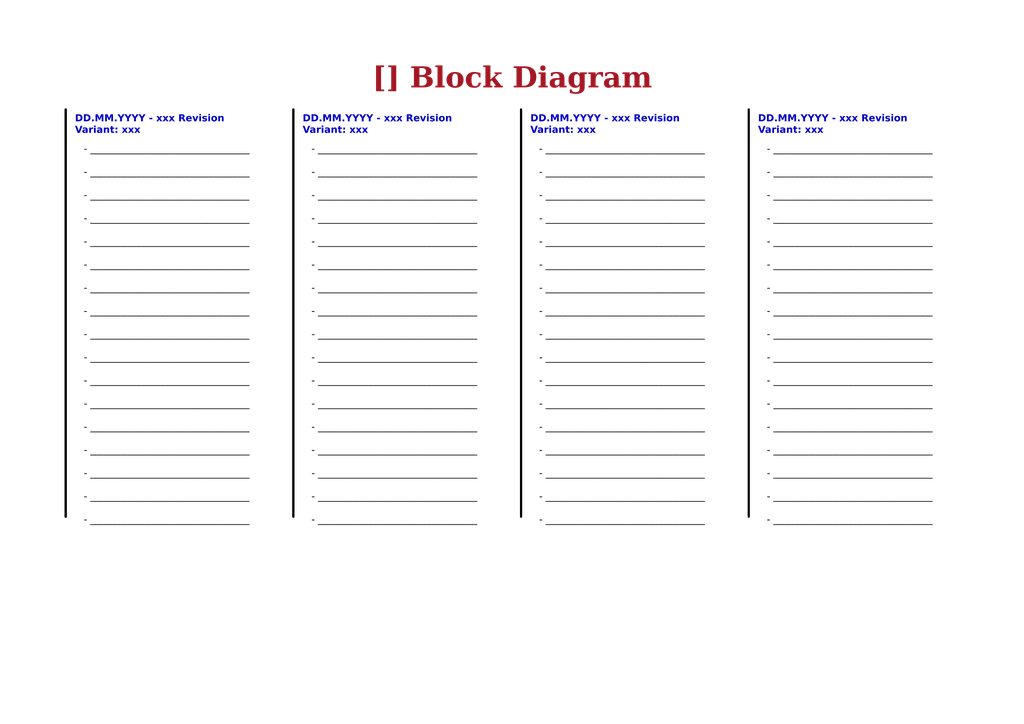
<source format=kicad_sch>
(kicad_sch
	(version 20250114)
	(generator "eeschema")
	(generator_version "9.0")
	(uuid "ea8c4f5e-7a49-4faf-a994-dbc85ed86b0a")
	(paper "A4")
	(title_block
		(title "Block Diagram")
		(date "Last Modified Date")
		(rev "${REVISION}")
		(company "${COMPANY}")
	)
	(lib_symbols)
	(text_box "- _________________________________\n\n- _________________________________\n\n- _________________________________\n\n- _________________________________\n\n- _________________________________\n\n- _________________________________\n\n- _________________________________\n\n- _________________________________\n\n- _________________________________\n\n- _________________________________\n\n- _________________________________\n\n- _________________________________\n\n- _________________________________\n\n- _________________________________\n\n- _________________________________\n\n- _________________________________\n\n- _________________________________"
		(exclude_from_sim no)
		(at 220.98 40.64 0)
		(size 58.42 115.57)
		(margins 1.4287 1.4287 1.4287 1.4287)
		(stroke
			(width -0.0001)
			(type default)
		)
		(fill
			(type none)
		)
		(effects
			(font
				(face "Arial")
				(size 2 2)
				(color 0 0 0 1)
			)
			(justify left top)
		)
		(uuid "0c062e2b-2be1-4307-b752-045c211787f4")
	)
	(text_box "DD.MM.YYYY - xxx Revision\nVariant: xxx"
		(exclude_from_sim no)
		(at 86.36 31.75 0)
		(size 57.15 7.62)
		(margins 1.4287 1.4287 1.4287 1.4287)
		(stroke
			(width -0.0001)
			(type default)
		)
		(fill
			(type none)
		)
		(effects
			(font
				(face "Arial")
				(size 2 2)
				(thickness 0.254)
				(bold yes)
			)
			(justify left top)
		)
		(uuid "14f2d7b6-dcd6-4c43-91a3-c7a76690654c")
	)
	(text_box "[${#}] ${TITLE}"
		(exclude_from_sim no)
		(at 80.01 16.51 0)
		(size 137.16 12.7)
		(margins 4.4999 4.4999 4.4999 4.4999)
		(stroke
			(width -0.0001)
			(type solid)
		)
		(fill
			(type none)
		)
		(effects
			(font
				(face "Times New Roman")
				(size 6 6)
				(thickness 1.2)
				(bold yes)
				(color 162 22 34 1)
			)
		)
		(uuid "20a0a094-ac98-46df-bdac-21d5721f7697")
	)
	(text_box "DD.MM.YYYY - xxx Revision\nVariant: xxx"
		(exclude_from_sim no)
		(at 152.4 31.75 0)
		(size 57.15 7.62)
		(margins 1.4287 1.4287 1.4287 1.4287)
		(stroke
			(width -0.0001)
			(type default)
		)
		(fill
			(type none)
		)
		(effects
			(font
				(face "Arial")
				(size 2 2)
				(thickness 0.254)
				(bold yes)
			)
			(justify left top)
		)
		(uuid "61447e65-3862-4ca7-a61e-5d8506cb38bb")
	)
	(text_box "- _________________________________\n\n- _________________________________\n\n- _________________________________\n\n- _________________________________\n\n- _________________________________\n\n- _________________________________\n\n- _________________________________\n\n- _________________________________\n\n- _________________________________\n\n- _________________________________\n\n- _________________________________\n\n- _________________________________\n\n- _________________________________\n\n- _________________________________\n\n- _________________________________\n\n- _________________________________\n\n- _________________________________"
		(exclude_from_sim no)
		(at 22.86 40.64 0)
		(size 58.42 115.57)
		(margins 1.4287 1.4287 1.4287 1.4287)
		(stroke
			(width -0.0001)
			(type solid)
		)
		(fill
			(type none)
		)
		(effects
			(font
				(face "Arial")
				(size 2 2)
				(color 0 0 0 1)
			)
			(justify left top)
		)
		(uuid "7cea8527-91c8-47c3-a860-064e128bcffe")
	)
	(text_box "- _________________________________\n\n- _________________________________\n\n- _________________________________\n\n- _________________________________\n\n- _________________________________\n\n- _________________________________\n\n- _________________________________\n\n- _________________________________\n\n- _________________________________\n\n- _________________________________\n\n- _________________________________\n\n- _________________________________\n\n- _________________________________\n\n- _________________________________\n\n- _________________________________\n\n- _________________________________\n\n- _________________________________"
		(exclude_from_sim no)
		(at 154.94 40.64 0)
		(size 58.42 115.57)
		(margins 1.4287 1.4287 1.4287 1.4287)
		(stroke
			(width -0.0001)
			(type default)
		)
		(fill
			(type none)
		)
		(effects
			(font
				(face "Arial")
				(size 2 2)
				(color 0 0 0 1)
			)
			(justify left top)
		)
		(uuid "8ad0acb7-8a2e-40a2-87c7-888a93359ccd")
	)
	(text_box "DD.MM.YYYY - xxx Revision\nVariant: xxx"
		(exclude_from_sim no)
		(at 20.32 31.75 0)
		(size 57.15 7.62)
		(margins 1.4287 1.4287 1.4287 1.4287)
		(stroke
			(width -0.0001)
			(type default)
		)
		(fill
			(type none)
		)
		(effects
			(font
				(face "Arial")
				(size 2 2)
				(thickness 0.254)
				(bold yes)
			)
			(justify left top)
		)
		(uuid "922c5813-4880-4ddf-ba01-939f72022a9d")
	)
	(text_box "- _________________________________\n\n- _________________________________\n\n- _________________________________\n\n- _________________________________\n\n- _________________________________\n\n- _________________________________\n\n- _________________________________\n\n- _________________________________\n\n- _________________________________\n\n- _________________________________\n\n- _________________________________\n\n- _________________________________\n\n- _________________________________\n\n- _________________________________\n\n- _________________________________\n\n- _________________________________\n\n- _________________________________"
		(exclude_from_sim no)
		(at 88.9 40.64 0)
		(size 58.42 115.57)
		(margins 1.4287 1.4287 1.4287 1.4287)
		(stroke
			(width -0.0001)
			(type default)
		)
		(fill
			(type none)
		)
		(effects
			(font
				(face "Arial")
				(size 2 2)
				(color 0 0 0 1)
			)
			(justify left top)
		)
		(uuid "cd63b456-8f62-4290-9191-6ad427c40f65")
	)
	(text_box "DD.MM.YYYY - xxx Revision\nVariant: xxx"
		(exclude_from_sim no)
		(at 218.44 31.75 0)
		(size 57.15 7.62)
		(margins 1.4287 1.4287 1.4287 1.4287)
		(stroke
			(width -0.0001)
			(type default)
		)
		(fill
			(type none)
		)
		(effects
			(font
				(face "Arial")
				(size 2 2)
				(thickness 0.254)
				(bold yes)
			)
			(justify left top)
		)
		(uuid "f47af890-f55a-44bf-b54f-b7df3adde008")
	)
	(polyline
		(pts
			(xy 19.05 31.75) (xy 19.05 149.86)
		)
		(stroke
			(width 0.635)
			(type default)
			(color 0 0 0 1)
		)
		(uuid "4849fe72-6429-4f5b-a9e6-56656658a37b")
	)
	(polyline
		(pts
			(xy 85.09 31.75) (xy 85.09 149.86)
		)
		(stroke
			(width 0.635)
			(type default)
			(color 0 0 0 1)
		)
		(uuid "5f29c90a-4bd5-401c-a0f6-a99df09914f4")
	)
	(polyline
		(pts
			(xy 85.09 31.75) (xy 85.09 149.86)
		)
		(stroke
			(width 0.635)
			(type default)
			(color 0 0 0 1)
		)
		(uuid "74018a10-ab58-4dc2-b4e6-376117e1ffc0")
	)
	(polyline
		(pts
			(xy 151.13 31.75) (xy 151.13 149.86)
		)
		(stroke
			(width 0.635)
			(type default)
			(color 0 0 0 1)
		)
		(uuid "a6b610d4-f09b-4d6e-ac67-0bb3d0e09fbe")
	)
	(polyline
		(pts
			(xy 19.05 31.75) (xy 19.05 149.86)
		)
		(stroke
			(width 0.635)
			(type default)
			(color 0 0 0 1)
		)
		(uuid "b271ef24-6836-4d14-b8f8-8568bc734aca")
	)
	(polyline
		(pts
			(xy 217.17 31.75) (xy 217.17 149.86)
		)
		(stroke
			(width 0.635)
			(type default)
			(color 0 0 0 1)
		)
		(uuid "fe21cbb6-f53c-41a1-bc1c-520e82f71f78")
	)
)

</source>
